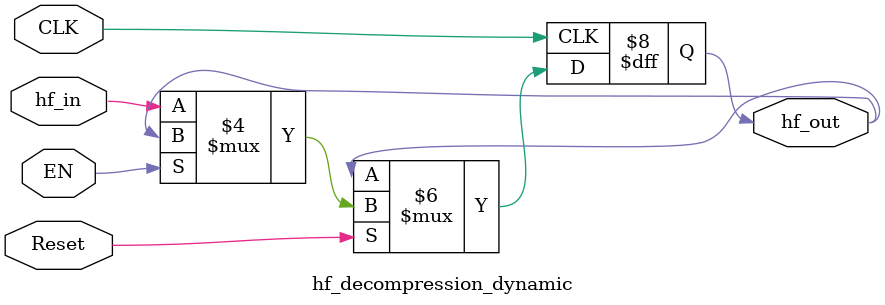
<source format=v>
module hf_decompression_dynamic (
	input wire hf_in,
	output reg hf_out,

	input wire CLK,
	input wire EN,
	input wire Reset,
 );

// Length of overhead bits indicating length of huffman codes
parameter fixed_bit = 6; 
// This sets a restriction on the length of uncompressed info
// 2^6 = 64
// A length of compressed data will always be N bits
// where 1 < N <= 64

// For HW, solving for a dynamic compression length is HORRIBLEE
// So another day.

	always @ (posedge CLK or negedge Reset) begin
		if(~Reset) begin
			// Build the tree
			// Might need to have a unique code to say that the tree has begun

		end
		else if(~EN) begin
			// Pass data along as is, no decompression
			hf_out <= hf_in;
		end
		else begin
			// Decompress bitstream

		end
	end
endmodule
</source>
